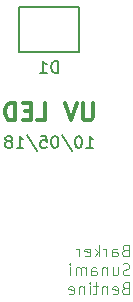
<source format=gbo>
G04 #@! TF.FileFunction,Legend,Bot*
%FSLAX46Y46*%
G04 Gerber Fmt 4.6, Leading zero omitted, Abs format (unit mm)*
G04 Created by KiCad (PCBNEW 4.0.7) date 05/14/18 11:13:13*
%MOMM*%
%LPD*%
G01*
G04 APERTURE LIST*
%ADD10C,0.100000*%
%ADD11C,0.200000*%
%ADD12C,0.300000*%
%ADD13C,0.150000*%
G04 APERTURE END LIST*
D10*
X151193571Y-103738571D02*
X151050714Y-103786190D01*
X151003095Y-103833810D01*
X150955476Y-103929048D01*
X150955476Y-104071905D01*
X151003095Y-104167143D01*
X151050714Y-104214762D01*
X151145952Y-104262381D01*
X151526905Y-104262381D01*
X151526905Y-103262381D01*
X151193571Y-103262381D01*
X151098333Y-103310000D01*
X151050714Y-103357619D01*
X151003095Y-103452857D01*
X151003095Y-103548095D01*
X151050714Y-103643333D01*
X151098333Y-103690952D01*
X151193571Y-103738571D01*
X151526905Y-103738571D01*
X150098333Y-104262381D02*
X150098333Y-103738571D01*
X150145952Y-103643333D01*
X150241190Y-103595714D01*
X150431667Y-103595714D01*
X150526905Y-103643333D01*
X150098333Y-104214762D02*
X150193571Y-104262381D01*
X150431667Y-104262381D01*
X150526905Y-104214762D01*
X150574524Y-104119524D01*
X150574524Y-104024286D01*
X150526905Y-103929048D01*
X150431667Y-103881429D01*
X150193571Y-103881429D01*
X150098333Y-103833810D01*
X149622143Y-104262381D02*
X149622143Y-103595714D01*
X149622143Y-103786190D02*
X149574524Y-103690952D01*
X149526905Y-103643333D01*
X149431667Y-103595714D01*
X149336428Y-103595714D01*
X149003095Y-104262381D02*
X149003095Y-103262381D01*
X148907857Y-103881429D02*
X148622142Y-104262381D01*
X148622142Y-103595714D02*
X149003095Y-103976667D01*
X147812618Y-104214762D02*
X147907856Y-104262381D01*
X148098333Y-104262381D01*
X148193571Y-104214762D01*
X148241190Y-104119524D01*
X148241190Y-103738571D01*
X148193571Y-103643333D01*
X148098333Y-103595714D01*
X147907856Y-103595714D01*
X147812618Y-103643333D01*
X147764999Y-103738571D01*
X147764999Y-103833810D01*
X148241190Y-103929048D01*
X147336428Y-104262381D02*
X147336428Y-103595714D01*
X147336428Y-103786190D02*
X147288809Y-103690952D01*
X147241190Y-103643333D01*
X147145952Y-103595714D01*
X147050713Y-103595714D01*
X151574524Y-105814762D02*
X151431667Y-105862381D01*
X151193571Y-105862381D01*
X151098333Y-105814762D01*
X151050714Y-105767143D01*
X151003095Y-105671905D01*
X151003095Y-105576667D01*
X151050714Y-105481429D01*
X151098333Y-105433810D01*
X151193571Y-105386190D01*
X151384048Y-105338571D01*
X151479286Y-105290952D01*
X151526905Y-105243333D01*
X151574524Y-105148095D01*
X151574524Y-105052857D01*
X151526905Y-104957619D01*
X151479286Y-104910000D01*
X151384048Y-104862381D01*
X151145952Y-104862381D01*
X151003095Y-104910000D01*
X150145952Y-105195714D02*
X150145952Y-105862381D01*
X150574524Y-105195714D02*
X150574524Y-105719524D01*
X150526905Y-105814762D01*
X150431667Y-105862381D01*
X150288809Y-105862381D01*
X150193571Y-105814762D01*
X150145952Y-105767143D01*
X149669762Y-105195714D02*
X149669762Y-105862381D01*
X149669762Y-105290952D02*
X149622143Y-105243333D01*
X149526905Y-105195714D01*
X149384047Y-105195714D01*
X149288809Y-105243333D01*
X149241190Y-105338571D01*
X149241190Y-105862381D01*
X148336428Y-105862381D02*
X148336428Y-105338571D01*
X148384047Y-105243333D01*
X148479285Y-105195714D01*
X148669762Y-105195714D01*
X148765000Y-105243333D01*
X148336428Y-105814762D02*
X148431666Y-105862381D01*
X148669762Y-105862381D01*
X148765000Y-105814762D01*
X148812619Y-105719524D01*
X148812619Y-105624286D01*
X148765000Y-105529048D01*
X148669762Y-105481429D01*
X148431666Y-105481429D01*
X148336428Y-105433810D01*
X147860238Y-105862381D02*
X147860238Y-105195714D01*
X147860238Y-105290952D02*
X147812619Y-105243333D01*
X147717381Y-105195714D01*
X147574523Y-105195714D01*
X147479285Y-105243333D01*
X147431666Y-105338571D01*
X147431666Y-105862381D01*
X147431666Y-105338571D02*
X147384047Y-105243333D01*
X147288809Y-105195714D01*
X147145952Y-105195714D01*
X147050714Y-105243333D01*
X147003095Y-105338571D01*
X147003095Y-105862381D01*
X146526905Y-105862381D02*
X146526905Y-105195714D01*
X146526905Y-104862381D02*
X146574524Y-104910000D01*
X146526905Y-104957619D01*
X146479286Y-104910000D01*
X146526905Y-104862381D01*
X146526905Y-104957619D01*
X151193571Y-106938571D02*
X151050714Y-106986190D01*
X151003095Y-107033810D01*
X150955476Y-107129048D01*
X150955476Y-107271905D01*
X151003095Y-107367143D01*
X151050714Y-107414762D01*
X151145952Y-107462381D01*
X151526905Y-107462381D01*
X151526905Y-106462381D01*
X151193571Y-106462381D01*
X151098333Y-106510000D01*
X151050714Y-106557619D01*
X151003095Y-106652857D01*
X151003095Y-106748095D01*
X151050714Y-106843333D01*
X151098333Y-106890952D01*
X151193571Y-106938571D01*
X151526905Y-106938571D01*
X150145952Y-107414762D02*
X150241190Y-107462381D01*
X150431667Y-107462381D01*
X150526905Y-107414762D01*
X150574524Y-107319524D01*
X150574524Y-106938571D01*
X150526905Y-106843333D01*
X150431667Y-106795714D01*
X150241190Y-106795714D01*
X150145952Y-106843333D01*
X150098333Y-106938571D01*
X150098333Y-107033810D01*
X150574524Y-107129048D01*
X149669762Y-106795714D02*
X149669762Y-107462381D01*
X149669762Y-106890952D02*
X149622143Y-106843333D01*
X149526905Y-106795714D01*
X149384047Y-106795714D01*
X149288809Y-106843333D01*
X149241190Y-106938571D01*
X149241190Y-107462381D01*
X148907857Y-106795714D02*
X148526905Y-106795714D01*
X148765000Y-106462381D02*
X148765000Y-107319524D01*
X148717381Y-107414762D01*
X148622143Y-107462381D01*
X148526905Y-107462381D01*
X148193571Y-107462381D02*
X148193571Y-106795714D01*
X148193571Y-106462381D02*
X148241190Y-106510000D01*
X148193571Y-106557619D01*
X148145952Y-106510000D01*
X148193571Y-106462381D01*
X148193571Y-106557619D01*
X147717381Y-106795714D02*
X147717381Y-107462381D01*
X147717381Y-106890952D02*
X147669762Y-106843333D01*
X147574524Y-106795714D01*
X147431666Y-106795714D01*
X147336428Y-106843333D01*
X147288809Y-106938571D01*
X147288809Y-107462381D01*
X146431666Y-107414762D02*
X146526904Y-107462381D01*
X146717381Y-107462381D01*
X146812619Y-107414762D01*
X146860238Y-107319524D01*
X146860238Y-106938571D01*
X146812619Y-106843333D01*
X146717381Y-106795714D01*
X146526904Y-106795714D01*
X146431666Y-106843333D01*
X146384047Y-106938571D01*
X146384047Y-107033810D01*
X146860238Y-107129048D01*
D11*
X147922857Y-95067381D02*
X148494286Y-95067381D01*
X148208572Y-95067381D02*
X148208572Y-94067381D01*
X148303810Y-94210238D01*
X148399048Y-94305476D01*
X148494286Y-94353095D01*
X147303810Y-94067381D02*
X147208571Y-94067381D01*
X147113333Y-94115000D01*
X147065714Y-94162619D01*
X147018095Y-94257857D01*
X146970476Y-94448333D01*
X146970476Y-94686429D01*
X147018095Y-94876905D01*
X147065714Y-94972143D01*
X147113333Y-95019762D01*
X147208571Y-95067381D01*
X147303810Y-95067381D01*
X147399048Y-95019762D01*
X147446667Y-94972143D01*
X147494286Y-94876905D01*
X147541905Y-94686429D01*
X147541905Y-94448333D01*
X147494286Y-94257857D01*
X147446667Y-94162619D01*
X147399048Y-94115000D01*
X147303810Y-94067381D01*
X145827619Y-94019762D02*
X146684762Y-95305476D01*
X145303810Y-94067381D02*
X145208571Y-94067381D01*
X145113333Y-94115000D01*
X145065714Y-94162619D01*
X145018095Y-94257857D01*
X144970476Y-94448333D01*
X144970476Y-94686429D01*
X145018095Y-94876905D01*
X145065714Y-94972143D01*
X145113333Y-95019762D01*
X145208571Y-95067381D01*
X145303810Y-95067381D01*
X145399048Y-95019762D01*
X145446667Y-94972143D01*
X145494286Y-94876905D01*
X145541905Y-94686429D01*
X145541905Y-94448333D01*
X145494286Y-94257857D01*
X145446667Y-94162619D01*
X145399048Y-94115000D01*
X145303810Y-94067381D01*
X144065714Y-94067381D02*
X144541905Y-94067381D01*
X144589524Y-94543571D01*
X144541905Y-94495952D01*
X144446667Y-94448333D01*
X144208571Y-94448333D01*
X144113333Y-94495952D01*
X144065714Y-94543571D01*
X144018095Y-94638810D01*
X144018095Y-94876905D01*
X144065714Y-94972143D01*
X144113333Y-95019762D01*
X144208571Y-95067381D01*
X144446667Y-95067381D01*
X144541905Y-95019762D01*
X144589524Y-94972143D01*
X142875238Y-94019762D02*
X143732381Y-95305476D01*
X142018095Y-95067381D02*
X142589524Y-95067381D01*
X142303810Y-95067381D02*
X142303810Y-94067381D01*
X142399048Y-94210238D01*
X142494286Y-94305476D01*
X142589524Y-94353095D01*
X141446667Y-94495952D02*
X141541905Y-94448333D01*
X141589524Y-94400714D01*
X141637143Y-94305476D01*
X141637143Y-94257857D01*
X141589524Y-94162619D01*
X141541905Y-94115000D01*
X141446667Y-94067381D01*
X141256190Y-94067381D01*
X141160952Y-94115000D01*
X141113333Y-94162619D01*
X141065714Y-94257857D01*
X141065714Y-94305476D01*
X141113333Y-94400714D01*
X141160952Y-94448333D01*
X141256190Y-94495952D01*
X141446667Y-94495952D01*
X141541905Y-94543571D01*
X141589524Y-94591190D01*
X141637143Y-94686429D01*
X141637143Y-94876905D01*
X141589524Y-94972143D01*
X141541905Y-95019762D01*
X141446667Y-95067381D01*
X141256190Y-95067381D01*
X141160952Y-95019762D01*
X141113333Y-94972143D01*
X141065714Y-94876905D01*
X141065714Y-94686429D01*
X141113333Y-94591190D01*
X141160952Y-94543571D01*
X141256190Y-94495952D01*
D12*
X148458571Y-91253571D02*
X148458571Y-92467857D01*
X148387143Y-92610714D01*
X148315714Y-92682143D01*
X148172857Y-92753571D01*
X147887143Y-92753571D01*
X147744285Y-92682143D01*
X147672857Y-92610714D01*
X147601428Y-92467857D01*
X147601428Y-91253571D01*
X147101428Y-91253571D02*
X146601428Y-92753571D01*
X146101428Y-91253571D01*
X143744285Y-92753571D02*
X144458571Y-92753571D01*
X144458571Y-91253571D01*
X143244285Y-91967857D02*
X142744285Y-91967857D01*
X142529999Y-92753571D02*
X143244285Y-92753571D01*
X143244285Y-91253571D01*
X142529999Y-91253571D01*
X141887142Y-92753571D02*
X141887142Y-91253571D01*
X141529999Y-91253571D01*
X141315714Y-91325000D01*
X141172856Y-91467857D01*
X141101428Y-91610714D01*
X141029999Y-91896429D01*
X141029999Y-92110714D01*
X141101428Y-92396429D01*
X141172856Y-92539286D01*
X141315714Y-92682143D01*
X141529999Y-92753571D01*
X141887142Y-92753571D01*
D13*
X142240000Y-86995000D02*
X147320000Y-86995000D01*
X147320000Y-86995000D02*
X147320000Y-83185000D01*
X147320000Y-83185000D02*
X142240000Y-83185000D01*
X142240000Y-83185000D02*
X142240000Y-86995000D01*
X145518095Y-88717381D02*
X145518095Y-87717381D01*
X145280000Y-87717381D01*
X145137142Y-87765000D01*
X145041904Y-87860238D01*
X144994285Y-87955476D01*
X144946666Y-88145952D01*
X144946666Y-88288810D01*
X144994285Y-88479286D01*
X145041904Y-88574524D01*
X145137142Y-88669762D01*
X145280000Y-88717381D01*
X145518095Y-88717381D01*
X143994285Y-88717381D02*
X144565714Y-88717381D01*
X144280000Y-88717381D02*
X144280000Y-87717381D01*
X144375238Y-87860238D01*
X144470476Y-87955476D01*
X144565714Y-88003095D01*
M02*

</source>
